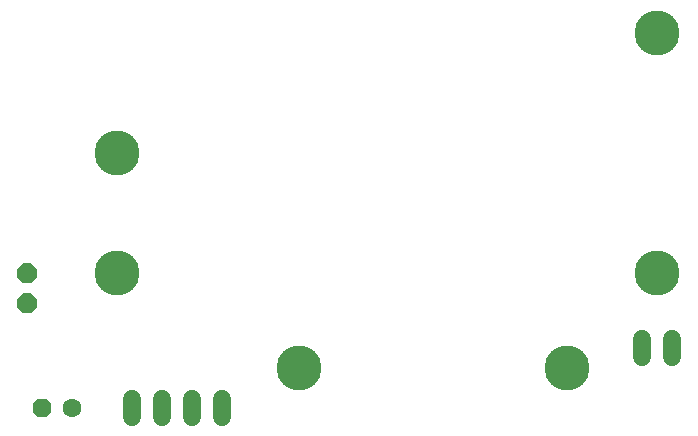
<source format=gtl>
G75*
%MOIN*%
%OFA0B0*%
%FSLAX25Y25*%
%IPPOS*%
%LPD*%
%AMOC8*
5,1,8,0,0,1.08239X$1,22.5*
%
%ADD10OC8,0.06600*%
%ADD11OC8,0.06300*%
%ADD12C,0.06300*%
%ADD13C,0.15000*%
%ADD14C,0.05937*%
D10*
X0016000Y0056000D03*
X0016000Y0066000D03*
D11*
X0021000Y0021000D03*
D12*
X0031000Y0021000D03*
D13*
X0046000Y0066000D03*
X0046000Y0106000D03*
X0106512Y0034110D03*
X0195882Y0034110D03*
X0226000Y0066000D03*
X0226000Y0146000D03*
D14*
X0221000Y0043969D02*
X0221000Y0038031D01*
X0231000Y0038031D02*
X0231000Y0043969D01*
X0081000Y0023969D02*
X0081000Y0018031D01*
X0071000Y0018031D02*
X0071000Y0023969D01*
X0061000Y0023969D02*
X0061000Y0018031D01*
X0051000Y0018031D02*
X0051000Y0023969D01*
M02*

</source>
